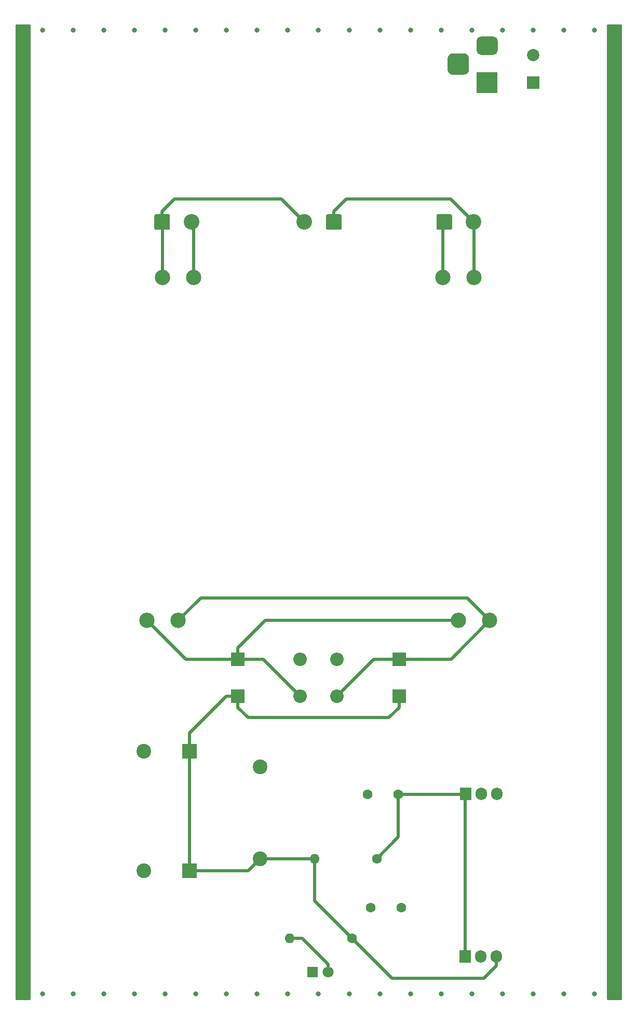
<source format=gbr>
G04 #@! TF.GenerationSoftware,KiCad,Pcbnew,(5.1.6)-1*
G04 #@! TF.CreationDate,2020-12-21T18:52:40-08:00*
G04 #@! TF.ProjectId,12v1a_psu,31327631-615f-4707-9375-2e6b69636164,1.0*
G04 #@! TF.SameCoordinates,Original*
G04 #@! TF.FileFunction,Copper,L1,Top*
G04 #@! TF.FilePolarity,Positive*
%FSLAX46Y46*%
G04 Gerber Fmt 4.6, Leading zero omitted, Abs format (unit mm)*
G04 Created by KiCad (PCBNEW (5.1.6)-1) date 2020-12-21 18:52:40*
%MOMM*%
%LPD*%
G01*
G04 APERTURE LIST*
G04 #@! TA.AperFunction,ComponentPad*
%ADD10O,1.905000X2.000000*%
G04 #@! TD*
G04 #@! TA.AperFunction,ComponentPad*
%ADD11R,1.905000X2.000000*%
G04 #@! TD*
G04 #@! TA.AperFunction,ComponentPad*
%ADD12C,2.500000*%
G04 #@! TD*
G04 #@! TA.AperFunction,ComponentPad*
%ADD13C,2.000000*%
G04 #@! TD*
G04 #@! TA.AperFunction,ComponentPad*
%ADD14R,2.000000X2.000000*%
G04 #@! TD*
G04 #@! TA.AperFunction,ComponentPad*
%ADD15O,1.600000X1.600000*%
G04 #@! TD*
G04 #@! TA.AperFunction,ComponentPad*
%ADD16C,1.600000*%
G04 #@! TD*
G04 #@! TA.AperFunction,ComponentPad*
%ADD17R,3.500000X3.500000*%
G04 #@! TD*
G04 #@! TA.AperFunction,ComponentPad*
%ADD18C,2.550000*%
G04 #@! TD*
G04 #@! TA.AperFunction,ComponentPad*
%ADD19C,1.800000*%
G04 #@! TD*
G04 #@! TA.AperFunction,ComponentPad*
%ADD20R,1.800000X1.800000*%
G04 #@! TD*
G04 #@! TA.AperFunction,ComponentPad*
%ADD21O,2.200000X2.200000*%
G04 #@! TD*
G04 #@! TA.AperFunction,ComponentPad*
%ADD22R,2.200000X2.200000*%
G04 #@! TD*
G04 #@! TA.AperFunction,ComponentPad*
%ADD23C,2.400000*%
G04 #@! TD*
G04 #@! TA.AperFunction,ComponentPad*
%ADD24R,2.400000X2.400000*%
G04 #@! TD*
G04 #@! TA.AperFunction,ViaPad*
%ADD25C,0.800000*%
G04 #@! TD*
G04 #@! TA.AperFunction,Conductor*
%ADD26C,0.500000*%
G04 #@! TD*
G04 #@! TA.AperFunction,Conductor*
%ADD27C,0.254000*%
G04 #@! TD*
G04 APERTURE END LIST*
D10*
X119050000Y-150930000D03*
X116510000Y-150930000D03*
D11*
X113970000Y-150930000D03*
D12*
X62060000Y-122690000D03*
X67140000Y-122690000D03*
X112860000Y-122690000D03*
X117940000Y-122690000D03*
X115400000Y-66810000D03*
X110320000Y-66810000D03*
X64600000Y-66810000D03*
X69680000Y-66810000D03*
D13*
X125000000Y-30500000D03*
D14*
X125000000Y-35000000D03*
D15*
X89340000Y-161500000D03*
D16*
X99500000Y-161500000D03*
D15*
X85340000Y-174500000D03*
D16*
X95500000Y-174500000D03*
D10*
X119040000Y-177430000D03*
X116500000Y-177430000D03*
D11*
X113960000Y-177430000D03*
D17*
X117500000Y-35000000D03*
G04 #@! TA.AperFunction,ComponentPad*
G36*
G01*
X116500000Y-27500000D02*
X118500000Y-27500000D01*
G75*
G02*
X119250000Y-28250000I0J-750000D01*
G01*
X119250000Y-29750000D01*
G75*
G02*
X118500000Y-30500000I-750000J0D01*
G01*
X116500000Y-30500000D01*
G75*
G02*
X115750000Y-29750000I0J750000D01*
G01*
X115750000Y-28250000D01*
G75*
G02*
X116500000Y-27500000I750000J0D01*
G01*
G37*
G04 #@! TD.AperFunction*
G04 #@! TA.AperFunction,ComponentPad*
G36*
G01*
X111925000Y-30250000D02*
X113675000Y-30250000D01*
G75*
G02*
X114550000Y-31125000I0J-875000D01*
G01*
X114550000Y-32875000D01*
G75*
G02*
X113675000Y-33750000I-875000J0D01*
G01*
X111925000Y-33750000D01*
G75*
G02*
X111050000Y-32875000I0J875000D01*
G01*
X111050000Y-31125000D01*
G75*
G02*
X111925000Y-30250000I875000J0D01*
G01*
G37*
G04 #@! TD.AperFunction*
D18*
X115300000Y-57750000D03*
G04 #@! TA.AperFunction,ComponentPad*
G36*
G01*
X109225000Y-58775001D02*
X109225000Y-56724999D01*
G75*
G02*
X109474999Y-56475000I249999J0D01*
G01*
X111525001Y-56475000D01*
G75*
G02*
X111775000Y-56724999I0J-249999D01*
G01*
X111775000Y-58775001D01*
G75*
G02*
X111525001Y-59025000I-249999J0D01*
G01*
X109474999Y-59025000D01*
G75*
G02*
X109225000Y-58775001I0J249999D01*
G01*
G37*
G04 #@! TD.AperFunction*
X69300000Y-57750000D03*
G04 #@! TA.AperFunction,ComponentPad*
G36*
G01*
X63225000Y-58775001D02*
X63225000Y-56724999D01*
G75*
G02*
X63474999Y-56475000I249999J0D01*
G01*
X65525001Y-56475000D01*
G75*
G02*
X65775000Y-56724999I0J-249999D01*
G01*
X65775000Y-58775001D01*
G75*
G02*
X65525001Y-59025000I-249999J0D01*
G01*
X63474999Y-59025000D01*
G75*
G02*
X63225000Y-58775001I0J249999D01*
G01*
G37*
G04 #@! TD.AperFunction*
X87700000Y-57750000D03*
G04 #@! TA.AperFunction,ComponentPad*
G36*
G01*
X93775000Y-56724999D02*
X93775000Y-58775001D01*
G75*
G02*
X93525001Y-59025000I-249999J0D01*
G01*
X91474999Y-59025000D01*
G75*
G02*
X91225000Y-58775001I0J249999D01*
G01*
X91225000Y-56724999D01*
G75*
G02*
X91474999Y-56475000I249999J0D01*
G01*
X93525001Y-56475000D01*
G75*
G02*
X93775000Y-56724999I0J-249999D01*
G01*
G37*
G04 #@! TD.AperFunction*
D19*
X91540000Y-180000000D03*
D20*
X89000000Y-180000000D03*
D21*
X93000000Y-135000000D03*
D22*
X103160000Y-135000000D03*
D21*
X87000000Y-135000000D03*
D22*
X76840000Y-135000000D03*
D21*
X93000000Y-129000000D03*
D22*
X103160000Y-129000000D03*
D21*
X87000000Y-129000000D03*
D22*
X76840000Y-129000000D03*
D16*
X98500000Y-169500000D03*
X103500000Y-169500000D03*
X98000000Y-151000000D03*
X103000000Y-151000000D03*
D23*
X80500000Y-146500000D03*
X80500000Y-161500000D03*
X61500000Y-144000000D03*
D24*
X69000000Y-144000000D03*
D23*
X61500000Y-163500000D03*
D24*
X69000000Y-163500000D03*
D25*
X138500000Y-27500000D03*
X138500000Y-32500000D03*
X138500000Y-37500000D03*
X138500000Y-42500000D03*
X138500000Y-47500000D03*
X138500000Y-52500000D03*
X138500000Y-57500000D03*
X138500000Y-62500000D03*
X138500000Y-67500000D03*
X138500000Y-72500000D03*
X138500000Y-77500000D03*
X138500000Y-82500000D03*
X138500000Y-87500000D03*
X138500000Y-92500000D03*
X138500000Y-97500000D03*
X138500000Y-102500000D03*
X138500000Y-107500000D03*
X138500000Y-112500000D03*
X138500000Y-117500000D03*
X138500000Y-122500000D03*
X138500000Y-127500000D03*
X138500000Y-132500000D03*
X138500000Y-137500000D03*
X138500000Y-142500000D03*
X138500000Y-147500000D03*
X138500000Y-152500000D03*
X138500000Y-157500000D03*
X138500000Y-162500000D03*
X138500000Y-167500000D03*
X138500000Y-172500000D03*
X138500000Y-177500000D03*
X135000000Y-183500000D03*
X130000000Y-183500000D03*
X125000000Y-183500000D03*
X120000000Y-183500000D03*
X115000000Y-183500000D03*
X90000000Y-183500000D03*
X100000000Y-183500000D03*
X95000000Y-183500000D03*
X110000000Y-183500000D03*
X105000000Y-183500000D03*
X80000000Y-183500000D03*
X85000000Y-183500000D03*
X75000000Y-183500000D03*
X70000000Y-183500000D03*
X65000000Y-183500000D03*
X55000000Y-183500000D03*
X50000000Y-183500000D03*
X60000000Y-183500000D03*
X45000000Y-183500000D03*
X138500000Y-182500000D03*
X41500000Y-27500000D03*
X41500000Y-167500000D03*
X41500000Y-122500000D03*
X41500000Y-157500000D03*
X41500000Y-107500000D03*
X41500000Y-67500000D03*
X41500000Y-147500000D03*
X41500000Y-117500000D03*
X41500000Y-102500000D03*
X41500000Y-57500000D03*
X41500000Y-177500000D03*
X41500000Y-172500000D03*
X41500000Y-47500000D03*
X41500000Y-62500000D03*
X41500000Y-127500000D03*
X41500000Y-162500000D03*
X41500000Y-72500000D03*
X41500000Y-152500000D03*
X41500000Y-82500000D03*
X41500000Y-37500000D03*
X41500000Y-137500000D03*
X41500000Y-87500000D03*
X41500000Y-77500000D03*
X41500000Y-97500000D03*
X41500000Y-52500000D03*
X41500000Y-112500000D03*
X41500000Y-32500000D03*
X41500000Y-42500000D03*
X41500000Y-92500000D03*
X41500000Y-132500000D03*
X41500000Y-142500000D03*
X41500000Y-182500000D03*
X115000000Y-26500000D03*
X125000000Y-26500000D03*
X120000000Y-26500000D03*
X135000000Y-26500000D03*
X130000000Y-26500000D03*
X80000000Y-26500000D03*
X105000000Y-26500000D03*
X75000000Y-26500000D03*
X50000000Y-26500000D03*
X65000000Y-26500000D03*
X110000000Y-26500000D03*
X85000000Y-26500000D03*
X70000000Y-26500000D03*
X45000000Y-26500000D03*
X60000000Y-26500000D03*
X100000000Y-26500000D03*
X95000000Y-26500000D03*
X55000000Y-26500000D03*
X90000000Y-26500000D03*
D26*
X76840000Y-135000000D02*
X75000000Y-135000000D01*
X69000000Y-141000000D02*
X75000000Y-135000000D01*
X69000000Y-144000000D02*
X69000000Y-141000000D01*
X69000000Y-144000000D02*
X69000000Y-163500000D01*
X95500000Y-174500000D02*
X102000000Y-181000000D01*
X119040000Y-178930000D02*
X119040000Y-177430000D01*
X116970000Y-181000000D02*
X119040000Y-178930000D01*
X102000000Y-181000000D02*
X116970000Y-181000000D01*
X76840000Y-135000000D02*
X76840000Y-136840000D01*
X76840000Y-136840000D02*
X78500000Y-138500000D01*
X78500000Y-138500000D02*
X101500000Y-138500000D01*
X103160000Y-136840000D02*
X101500000Y-138500000D01*
X103160000Y-135000000D02*
X103160000Y-136840000D01*
X78500000Y-163500000D02*
X80500000Y-161500000D01*
X69000000Y-163500000D02*
X78500000Y-163500000D01*
X80500000Y-161500000D02*
X89340000Y-161500000D01*
X89340000Y-168340000D02*
X95500000Y-174500000D01*
X89340000Y-161500000D02*
X89340000Y-168340000D01*
X68370000Y-129000000D02*
X62060000Y-122690000D01*
X76840000Y-129000000D02*
X68370000Y-129000000D01*
X81000000Y-129000000D02*
X87000000Y-135000000D01*
X76840000Y-129000000D02*
X81000000Y-129000000D01*
X76840000Y-129000000D02*
X76840000Y-127160000D01*
X81310000Y-122690000D02*
X112860000Y-122690000D01*
X76840000Y-127160000D02*
X81310000Y-122690000D01*
X111630000Y-129000000D02*
X117940000Y-122690000D01*
X103160000Y-129000000D02*
X111630000Y-129000000D01*
X99000000Y-129000000D02*
X93000000Y-135000000D01*
X103160000Y-129000000D02*
X99000000Y-129000000D01*
X67140000Y-122690000D02*
X70830000Y-119000000D01*
X114250000Y-119000000D02*
X117940000Y-122690000D01*
X70830000Y-119000000D02*
X114250000Y-119000000D01*
X87312792Y-174500000D02*
X85340000Y-174500000D01*
X91540000Y-178727208D02*
X87312792Y-174500000D01*
X91540000Y-180000000D02*
X91540000Y-178727208D01*
X69680000Y-58130000D02*
X69300000Y-57750000D01*
X69680000Y-66810000D02*
X69680000Y-58130000D01*
X110320000Y-57930000D02*
X110500000Y-57750000D01*
X110320000Y-66810000D02*
X110320000Y-57930000D01*
X64600000Y-57850000D02*
X64500000Y-57750000D01*
X64600000Y-66810000D02*
X64600000Y-57850000D01*
X64500000Y-57750000D02*
X64500000Y-56000000D01*
X64500000Y-56000000D02*
X66500000Y-54000000D01*
X83950000Y-54000000D02*
X87700000Y-57750000D01*
X66500000Y-54000000D02*
X83950000Y-54000000D01*
X113970000Y-177420000D02*
X113960000Y-177430000D01*
X113960000Y-150940000D02*
X113970000Y-150930000D01*
X113960000Y-177430000D02*
X113960000Y-150940000D01*
X103000000Y-158000000D02*
X99500000Y-161500000D01*
X103000000Y-151000000D02*
X103000000Y-158000000D01*
X113900000Y-151000000D02*
X113970000Y-150930000D01*
X103000000Y-151000000D02*
X113900000Y-151000000D01*
X115400000Y-57850000D02*
X115300000Y-57750000D01*
X115400000Y-66810000D02*
X115400000Y-57850000D01*
X92500000Y-57750000D02*
X92500000Y-56000000D01*
X92500000Y-56000000D02*
X94500000Y-54000000D01*
X111550000Y-54000000D02*
X115300000Y-57750000D01*
X94500000Y-54000000D02*
X111550000Y-54000000D01*
D27*
G36*
X139340001Y-184340000D02*
G01*
X137127000Y-184340000D01*
X137127000Y-25660000D01*
X139340000Y-25660000D01*
X139340001Y-184340000D01*
G37*
X139340001Y-184340000D02*
X137127000Y-184340000D01*
X137127000Y-25660000D01*
X139340000Y-25660000D01*
X139340001Y-184340000D01*
G36*
X42873000Y-184340000D02*
G01*
X40660000Y-184340000D01*
X40660000Y-25660000D01*
X42873000Y-25660000D01*
X42873000Y-184340000D01*
G37*
X42873000Y-184340000D02*
X40660000Y-184340000D01*
X40660000Y-25660000D01*
X42873000Y-25660000D01*
X42873000Y-184340000D01*
M02*

</source>
